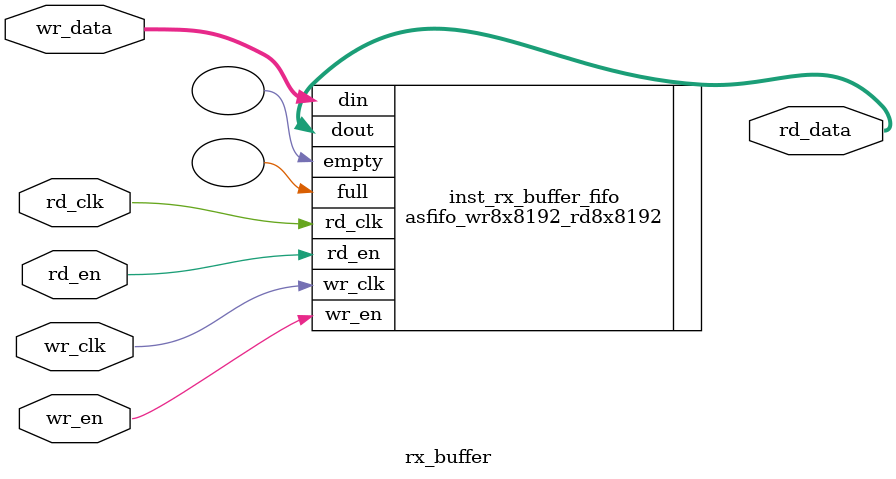
<source format=v>
`timescale 1ns / 1ps

module rx_buffer(
	input 	wire			wr_clk,
	input 	wire 			rd_clk,
	input 	wire			wr_en,
	input 	wire 	[7:0]	wr_data,
	input 	wire 			rd_en,
	output 	wire 	[7:0]	rd_data
    );

asfifo_wr8x8192_rd8x8192 inst_rx_buffer_fifo (
  .wr_clk(wr_clk),  // input wire wr_clk
  .rd_clk(rd_clk),  // input wire rd_clk
  .din(wr_data),        // input wire [7 : 0] din
  .wr_en(wr_en),    // input wire wr_en
  .rd_en(rd_en),    // input wire rd_en
  .dout(rd_data),      // output wire [7 : 0] dout
  .full(),      // output wire full
  .empty()    // output wire empty
);
endmodule

</source>
